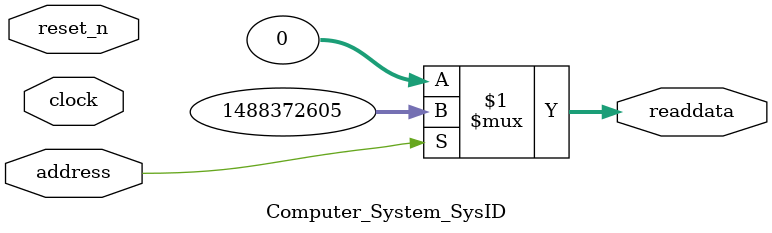
<source format=v>

`timescale 1ns / 1ps
// synthesis translate_on

// turn off superfluous verilog processor warnings 
// altera message_level Level1 
// altera message_off 10034 10035 10036 10037 10230 10240 10030 

module Computer_System_SysID (
               // inputs:
                address,
                clock,
                reset_n,

               // outputs:
                readdata
             )
;

  output  [ 31: 0] readdata;
  input            address;
  input            clock;
  input            reset_n;

  wire    [ 31: 0] readdata;
  //control_slave, which is an e_avalon_slave
  assign readdata = address ? 1488372605 : 0;

endmodule




</source>
